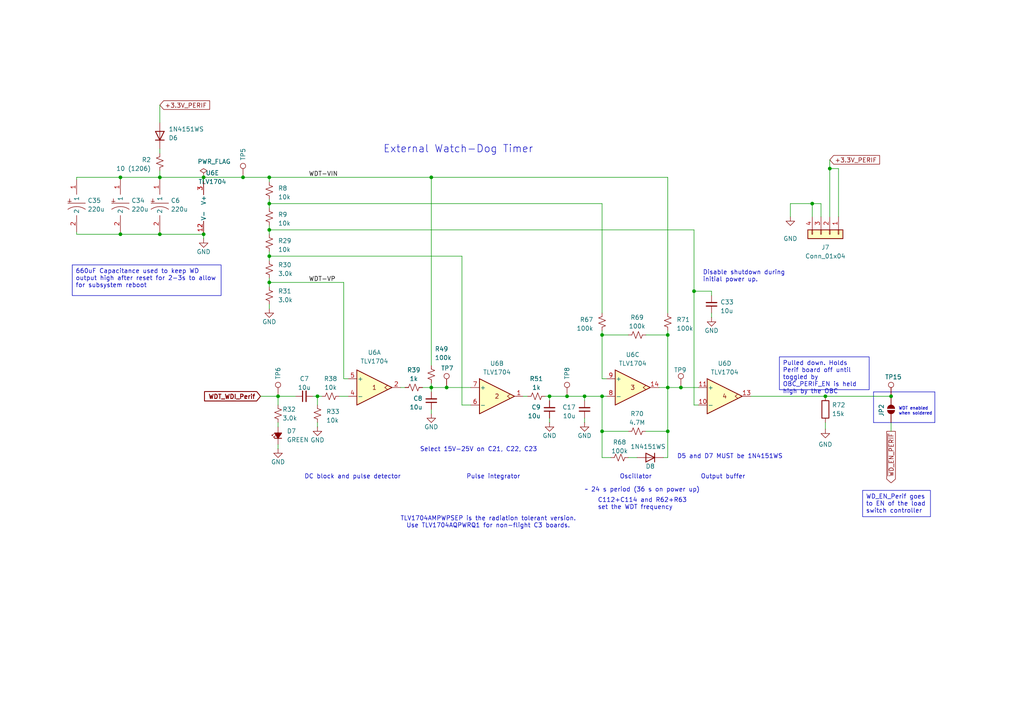
<source format=kicad_sch>
(kicad_sch (version 20250114) (generator "eeschema") (generator_version "9.0")
  (paper "A4")
  (lib_symbols
    (symbol "Connector:TestPoint" (pin_numbers (hide yes)) (pin_names (offset 0.762) (hide yes))
      (property "Reference" "TP" (at 0 6.858 0))
      (property "Value" "TestPoint" (at 0 5.08 0))
      (symbol "TestPoint_0_1"
        (circle (center 0 3.302) (radius 0.762))
      )
      (symbol "TestPoint_1_1"
        (pin passive line (at 0 0 90) (length 2.54) (name "1") (number "1"))
      )
    )
    (symbol "Connector_Generic:Conn_01x04" (pin_names (offset 1.016) (hide yes))
      (property "Reference" "J" (at 0 5.08 0))
      (property "Value" "Conn_01x04" (at 0 -7.62 0))
      (symbol "Conn_01x04_1_1"
        (rectangle (start -1.27 3.81) (end 1.27 -6.35) (stroke (width 0.254)) (fill (type background)))
        (rectangle (start -1.27 2.667) (end 0 2.413) (stroke (width 0.1524)))
        (rectangle (start -1.27 0.127) (end 0 -0.127) (stroke (width 0.1524)))
        (rectangle (start -1.27 -2.413) (end 0 -2.667) (stroke (width 0.1524)))
        (rectangle (start -1.27 -4.953) (end 0 -5.207) (stroke (width 0.1524)))
        (pin passive line (at -5.08 2.54 0) (length 3.81) (name "Pin_1") (number "1"))
        (pin passive line (at -5.08 0 0) (length 3.81) (name "Pin_2") (number "2"))
        (pin passive line (at -5.08 -2.54 0) (length 3.81) (name "Pin_3") (number "3"))
        (pin passive line (at -5.08 -5.08 0) (length 3.81) (name "Pin_4") (number "4"))
      )
    )
    (symbol "Device:C_Small" (pin_numbers (hide yes)) (pin_names (offset 0.254) (hide yes))
      (property "Reference" "C" (at 0.254 1.778 0))
      (property "Value" "C_Small" (at 0.254 -2.032 0))
      (symbol "C_Small_0_1"
        (polyline (pts (xy -1.524 0.508) (xy 1.524 0.508)) (stroke (width 0.3048)))
        (polyline (pts (xy -1.524 -0.508) (xy 1.524 -0.508)) (stroke (width 0.3302)))
      )
      (symbol "C_Small_1_1"
        (pin passive line (at 0 2.54 270) (length 2.032) (name "~") (number "1"))
        (pin passive line (at 0 -2.54 90) (length 2.032) (name "~") (number "2"))
      )
    )
    (symbol "Device:LED_Small_Filled" (pin_numbers (hide yes)) (pin_names (offset 0.254) (hide yes))
      (property "Reference" "D" (at -1.27 3.175 0))
      (property "Value" "LED_Small_Filled" (at -4.445 -2.54 0))
      (symbol "LED_Small_Filled_0_1"
        (polyline (pts (xy -0.762 -1.016) (xy -0.762 1.016)) (stroke (width 0.254)))
        (polyline (pts (xy 0 0.762) (xy -0.508 1.27) (xy -0.254 1.27) (xy -0.508 1.27) (xy -0.508 1.016)))
        (polyline (pts (xy 0.508 1.27) (xy 0 1.778) (xy 0.254 1.778) (xy 0 1.778) (xy 0 1.524)))
        (polyline (pts (xy 0.762 -1.016) (xy -0.762 0) (xy 0.762 1.016) (xy 0.762 -1.016)) (stroke (width 0.254)) (fill (type outline)))
        (polyline (pts (xy 1.016 0) (xy -0.762 0)))
      )
      (symbol "LED_Small_Filled_1_1"
        (pin passive line (at -2.54 0 0) (length 1.778) (name "K") (number "1"))
        (pin passive line (at 2.54 0 180) (length 1.778) (name "A") (number "2"))
      )
    )
    (symbol "Device:R" (pin_numbers (hide yes)) (pin_names (offset 0))
      (property "Reference" "R" (at 2.032 0 90))
      (property "Value" "R" (at 0 0 90))
      (symbol "R_0_1"
        (rectangle (start -1.016 -2.54) (end 1.016 2.54) (stroke (width 0.254)))
      )
      (symbol "R_1_1"
        (pin passive line (at 0 3.81 270) (length 1.27) (name "~") (number "1"))
        (pin passive line (at 0 -3.81 90) (length 1.27) (name "~") (number "2"))
      )
    )
    (symbol "Device:R_Small_US" (pin_numbers (hide yes)) (pin_names (offset 0.254) (hide yes))
      (property "Reference" "R" (at 0.762 0.508 0))
      (property "Value" "R_Small_US" (at 0.762 -1.016 0))
      (symbol "R_Small_US_1_1"
        (polyline (pts (xy 0 1.524) (xy 1.016 1.143) (xy 0 0.762) (xy -1.016 0.381) (xy 0 0)))
        (polyline (pts (xy 0 0) (xy 1.016 -0.381) (xy 0 -0.762) (xy -1.016 -1.143) (xy 0 -1.524)))
        (pin passive line (at 0 2.54 270) (length 1.016) (name "~") (number "1"))
        (pin passive line (at 0 -2.54 90) (length 1.016) (name "~") (number "2"))
      )
    )
    (symbol "EPS:1N4151WS" (pin_numbers (hide yes)) (pin_names (offset 1.016) (hide yes))
      (property "Reference" "D" (at 0 2.54 0))
      (property "Value" "1N4151WS" (at 0 -2.54 0))
      (symbol "1N4151WS_0_1"
        (polyline (pts (xy -1.27 1.27) (xy -1.27 -1.27)) (stroke (width 0.254)))
        (polyline (pts (xy 1.27 1.27) (xy 1.27 -1.27) (xy -1.27 0) (xy 1.27 1.27)) (stroke (width 0.254)))
        (polyline (pts (xy 1.27 0) (xy -1.27 0)))
      )
      (symbol "1N4151WS_1_1"
        (pin passive line (at -3.81 0 0) (length 2.54) (name "K") (number "1"))
        (pin passive line (at 3.81 0 180) (length 2.54) (name "A") (number "2"))
      )
    )
    (symbol "EPS:CA45-D-10V-220μF-K"
      (property "Reference" "C" (at 0 5.08 0))
      (property "Value" "220u" (at 0 -5.08 0))
      (symbol "CA45-D-10V-220μF-K_0_1"
        (arc (start -1.02 2.54) (mid -0.31 0.81) (end -0.25 0))
        (arc (start -0.25 0) (mid -0.27 -0.53) (end -1.02 -2.54))
        (polyline (pts (xy 0.76 2.54) (xy 0.76 -2.54)))
        (rectangle (start 1.02 2.03) (end 2.03 2.03) (fill (type background)))
        (rectangle (start 1.27 2.54) (end 1.27 1.52) (fill (type background)))
        (pin unspecified line (at -7.62 0 0) (length 4.826) (name "2") (number "2"))
        (pin unspecified line (at 7.62 0 180) (length 4.318) (name "1") (number "1"))
      )
    )
    (symbol "EPS:TLV1704AIPWR" (pin_names (offset 0.127))
      (property "Reference" "U13" (at 0 10.16 0))
      (property "Value" "TLV1704" (at 0 7.62 0))
      (symbol "TLV1704AIPWR_1_1"
        (polyline (pts (xy -5.08 5.08) (xy 5.08 0) (xy -5.08 -5.08) (xy -5.08 5.08)) (stroke (width 0.254)) (fill (type background)))
        (polyline (pts (xy 3.048 0) (xy 3.81 -0.635)))
        (polyline (pts (xy 3.81 0.635) (xy 3.048 0)))
        (text "1" (at 0 0 0) (effects (font (size 1.27 1.27))))
        (pin input line (at -7.62 2.54 0) (length 2.54) (name "+") (number "5"))
        (pin input line (at -7.62 -2.54 0) (length 2.54) (name "-") (number "4"))
        (pin open_collector line (at 7.62 0 180) (length 2.54) (name "~") (number "2"))
      )
      (symbol "TLV1704AIPWR_2_1"
        (polyline (pts (xy -5.08 5.08) (xy 5.08 0) (xy -5.08 -5.08) (xy -5.08 5.08)) (stroke (width 0.254)) (fill (type background)))
        (polyline (pts (xy 3.048 0) (xy 3.81 -0.635)))
        (polyline (pts (xy 3.81 0.635) (xy 3.048 0)))
        (text "2" (at 0 0 0) (effects (font (size 1.27 1.27))))
        (pin input line (at -7.62 2.54 0) (length 2.54) (name "+") (number "7"))
        (pin input line (at -7.62 -2.54 0) (length 2.54) (name "-") (number "6"))
        (pin open_collector line (at 7.62 0 180) (length 2.54) (name "~") (number "1"))
      )
      (symbol "TLV1704AIPWR_3_1"
        (polyline (pts (xy -5.08 5.08) (xy 5.08 0) (xy -5.08 -5.08) (xy -5.08 5.08)) (stroke (width 0.254)) (fill (type background)))
        (polyline (pts (xy 3.048 0) (xy 3.81 -0.635)))
        (polyline (pts (xy 3.81 0.635) (xy 3.048 0)))
        (text "3" (at 0 0 0) (effects (font (size 1.27 1.27))))
        (pin input line (at -7.62 2.54 0) (length 2.54) (name "+") (number "9"))
        (pin input line (at -7.62 -2.54 0) (length 2.54) (name "-") (number "8"))
        (pin open_collector line (at 7.62 0 180) (length 2.54) (name "~") (number "14"))
      )
      (symbol "TLV1704AIPWR_4_1"
        (polyline (pts (xy -5.08 5.08) (xy 5.08 0) (xy -5.08 -5.08) (xy -5.08 5.08)) (stroke (width 0.254)) (fill (type background)))
        (polyline (pts (xy 3.048 0) (xy 3.81 -0.635)))
        (polyline (pts (xy 3.81 0.635) (xy 3.048 0)))
        (text "4" (at 0 0 0) (effects (font (size 1.27 1.27))))
        (pin input line (at -7.62 2.54 0) (length 2.54) (name "+") (number "11"))
        (pin input line (at -7.62 -2.54 0) (length 2.54) (name "-") (number "10"))
        (pin open_collector line (at 7.62 0 180) (length 2.54) (name "~") (number "13"))
      )
      (symbol "TLV1704AIPWR_5_1"
        (pin power_in line (at -2.54 7.62 270) (length 3.81) (name "V+") (number "3"))
        (pin power_in line (at -2.54 -7.62 90) (length 3.81) (name "V-") (number "12"))
      )
    )
    (symbol "Jumper:SolderJumper_2_Open" (pin_numbers (hide yes)) (pin_names (offset 0) (hide yes)) (exclude_from_sim yes) (in_bom no)
      (property "Reference" "JP" (at 0 2.032 0))
      (property "Value" "SolderJumper_2_Open" (at 0 -2.54 0))
      (symbol "SolderJumper_2_Open_0_1"
        (polyline (pts (xy -0.254 1.016) (xy -0.254 -1.016)))
        (arc (start -0.254 -1.016) (mid -1.2656 0) (end -0.254 1.016))
        (arc (start -0.254 -1.016) (mid -1.2656 0) (end -0.254 1.016) (fill (type outline)))
        (arc (start 0.254 1.016) (mid 1.2656 0) (end 0.254 -1.016))
        (arc (start 0.254 1.016) (mid 1.2656 0) (end 0.254 -1.016) (fill (type outline)))
        (polyline (pts (xy 0.254 1.016) (xy 0.254 -1.016)))
      )
      (symbol "SolderJumper_2_Open_1_1"
        (pin passive line (at -3.81 0 0) (length 2.54) (name "A") (number "1"))
        (pin passive line (at 3.81 0 180) (length 2.54) (name "B") (number "2"))
      )
    )
    (symbol "power:GND" (power) (pin_numbers (hide yes)) (pin_names (offset 0) (hide yes))
      (property "Value" "GND" (at 0 -3.81 0))
      (symbol "GND_0_1"
        (polyline (pts (xy 0 0) (xy 0 -1.27) (xy 1.27 -1.27) (xy 0 -2.54) (xy -1.27 -1.27) (xy 0 -1.27)))
      )
      (symbol "GND_1_1"
        (pin power_in line (at 0 0 270) (length 0) (name "~") (number "1"))
      )
    )
    (symbol "power:PWR_FLAG" (power) (pin_numbers (hide yes)) (pin_names (offset 0) (hide yes))
      (property "Value" "PWR_FLAG" (at 0 3.81 0))
      (symbol "PWR_FLAG_0_0"
        (pin power_out line (at 0 0 90) (length 0) (name "~") (number "1"))
      )
      (symbol "PWR_FLAG_0_1"
        (polyline (pts (xy 0 0) (xy 0 1.27) (xy -1.016 1.905) (xy 0 2.54) (xy 1.016 1.905) (xy 0 1.27)))
      )
    )
  )
  (text "External Watch-Dog Timer" (at 111.125 44.577 0) (effects (font (size 2.159 2.159)) (justify left bottom)))
  (text "Output buffer" (at 203.2 139.065 0) (effects (font (size 1.27 1.27)) (justify left bottom)))
  (text "TLV1704AMPWPSEP is the radiation tolerant version.\nUse TLV1704AQPWRQ1 for non-flight C3 boards." (at 141.605 151.511 0) (effects (font (size 1.27 1.27))))
  (text "~ 24 s period (36 s on power up)" (at 169.545 142.875 0) (effects (font (size 1.27 1.27)) (justify left bottom)))
  (text "Disable shutdown during\ninitial power up." (at 203.835 81.915 0) (effects (font (size 1.27 1.27)) (justify left bottom)))
  (text "DC block and pulse detector" (at 88.265 139.065 0) (effects (font (size 1.27 1.27)) (justify left bottom)))
  (text "WDT enabled\nwhen soldered" (at 260.604 120.523 0) (effects (font (size 0.889 0.889)) (justify left bottom)))
  (text "D5 and D7 MUST be 1N4151WS" (at 211.709 132.461 0) (effects (font (size 1.27 1.27))))
  (text "Pulse integrator" (at 135.255 139.065 0) (effects (font (size 1.27 1.27)) (justify left bottom)))
  (text "Oscillator" (at 179.705 139.065 0) (effects (font (size 1.27 1.27)) (justify left bottom)))
  (text "C112+C114 and R62+R63 \nset the WDT frequency" (at 173.355 147.955 0) (effects (font (size 1.27 1.27)) (justify left bottom)))
  (text "Select 15V-25V on C21, C22, C23" (at 138.811 130.429 0) (effects (font (size 1.27 1.27))))
  (text_box "WD_EN_Perif goes to EN of the load switch controller" (at 250.19 142.24 0) (size 19.685 7.62) (margins 0.9525 0.9525 0.9525 0.9525) (effects (font (size 1.27 1.27)) (justify left top)))
  (text_box "660uF Capacitance used to keep WD output high after reset for 2-3s to allow for subsystem reboot" (at 20.955 76.835 0) (size 43.18 8.89) (margins 0.9525 0.9525 0.9525 0.9525) (effects (font (size 1.27 1.27)) (justify left top)))
  (text_box "Pulled down. Holds Perif board off until toggled by OBC_PERIF_EN is held high by the OBC" (at 226.06 103.505 0) (size 26.035 9.525) (margins 0.9525 0.9525 0.9525 0.9525) (effects (font (size 1.27 1.27)) (justify left top)))
  (junction (at 78.105 66.675))
  (junction (at 201.295 84.455))
  (junction (at 174.625 114.935))
  (junction (at 240.665 48.895))
  (junction (at 159.385 114.935))
  (junction (at 125.095 112.395))
  (junction (at 125.095 51.435))
  (junction (at 78.105 59.055))
  (junction (at 34.925 51.435))
  (junction (at 78.105 81.915))
  (junction (at 174.625 97.155))
  (junction (at 174.625 125.095))
  (junction (at 59.055 51.435))
  (junction (at 92.075 114.935))
  (junction (at 78.105 74.295))
  (junction (at 193.675 112.395))
  (junction (at 193.675 97.155))
  (junction (at 70.485 51.435))
  (junction (at 239.395 114.935))
  (junction (at 169.545 114.935))
  (junction (at 164.465 114.935))
  (junction (at 197.485 112.395))
  (junction (at 193.675 125.095))
  (junction (at 34.925 67.945))
  (junction (at 235.585 59.055))
  (junction (at 258.445 114.935))
  (junction (at 129.54 112.395))
  (junction (at 46.355 51.435))
  (junction (at 78.105 51.435))
  (junction (at 80.645 114.935))
  (junction (at 59.055 67.945))
  (junction (at 46.355 67.945))
  (wire (pts (xy 125.095 112.395) (xy 125.095 111.125)))
  (wire (pts (xy 34.925 51.435) (xy 46.355 51.435)))
  (wire (pts (xy 243.205 48.895) (xy 243.205 62.865)))
  (wire (pts (xy 98.425 114.935) (xy 100.965 114.935)))
  (wire (pts (xy 78.105 80.645) (xy 78.105 81.915)))
  (wire (pts (xy 193.675 97.155) (xy 193.675 112.395)))
  (wire (pts (xy 92.075 122.555) (xy 92.075 123.825)))
  (wire (pts (xy 159.385 122.555) (xy 159.385 121.285)))
  (wire (pts (xy 182.245 125.095) (xy 174.625 125.095)))
  (wire (pts (xy 229.235 59.055) (xy 229.235 62.865)))
  (wire (pts (xy 34.925 67.945) (xy 46.355 67.945)))
  (wire (pts (xy 125.095 120.015) (xy 125.095 118.745)))
  (wire (pts (xy 59.055 52.705) (xy 59.055 51.435)))
  (wire (pts (xy 133.985 117.475) (xy 136.525 117.475)))
  (polyline (pts (xy 271.145 122.555) (xy 253.365 122.555)))
  (wire (pts (xy 78.105 66.675) (xy 78.105 67.945)))
  (wire (pts (xy 90.805 114.935) (xy 92.075 114.935)))
  (polyline (pts (xy 253.365 113.665) (xy 271.145 113.665)))
  (wire (pts (xy 78.105 52.705) (xy 78.105 51.435)))
  (wire (pts (xy 46.355 30.48) (xy 46.355 35.56)))
  (wire (pts (xy 46.355 43.18) (xy 46.355 44.45)))
  (wire (pts (xy 193.675 125.095) (xy 193.675 112.395)))
  (wire (pts (xy 125.095 112.395) (xy 125.095 113.665)))
  (wire (pts (xy 125.095 112.395) (xy 129.54 112.395)))
  (wire (pts (xy 158.115 114.935) (xy 159.385 114.935)))
  (wire (pts (xy 193.675 95.885) (xy 193.675 97.155)))
  (wire (pts (xy 174.625 114.935) (xy 175.895 114.935)))
  (wire (pts (xy 78.105 74.295) (xy 78.105 75.565)))
  (wire (pts (xy 192.405 132.715) (xy 193.675 132.715)))
  (wire (pts (xy 164.465 114.935) (xy 169.545 114.935)))
  (wire (pts (xy 174.625 97.155) (xy 182.245 97.155)))
  (wire (pts (xy 116.205 112.395) (xy 117.475 112.395)))
  (wire (pts (xy 238.125 59.055) (xy 238.125 62.865)))
  (wire (pts (xy 133.985 74.295) (xy 133.985 117.475)))
  (wire (pts (xy 169.545 114.935) (xy 174.625 114.935)))
  (wire (pts (xy 197.485 112.395) (xy 202.565 112.395)))
  (wire (pts (xy 235.585 59.055) (xy 238.125 59.055)))
  (wire (pts (xy 78.105 66.675) (xy 201.295 66.675)))
  (wire (pts (xy 151.765 114.935) (xy 153.035 114.935)))
  (wire (pts (xy 201.295 84.455) (xy 206.375 84.455)))
  (wire (pts (xy 22.225 67.945) (xy 34.925 67.945)))
  (wire (pts (xy 99.695 109.855) (xy 100.965 109.855)))
  (wire (pts (xy 182.245 132.715) (xy 184.785 132.715)))
  (wire (pts (xy 169.545 122.555) (xy 169.545 121.285)))
  (wire (pts (xy 169.545 116.205) (xy 169.545 114.935)))
  (wire (pts (xy 46.355 51.435) (xy 59.055 51.435)))
  (wire (pts (xy 187.325 97.155) (xy 193.675 97.155)))
  (wire (pts (xy 159.385 114.935) (xy 159.385 116.205)))
  (polyline (pts (xy 253.365 122.555) (xy 253.365 113.665)))
  (wire (pts (xy 78.105 74.295) (xy 133.985 74.295)))
  (wire (pts (xy 46.355 49.53) (xy 46.355 51.435)))
  (wire (pts (xy 80.645 130.175) (xy 80.645 128.905)))
  (wire (pts (xy 125.095 51.435) (xy 78.105 51.435)))
  (wire (pts (xy 239.395 122.555) (xy 239.395 124.46)))
  (wire (pts (xy 46.355 67.945) (xy 59.055 67.945)))
  (wire (pts (xy 206.375 92.075) (xy 206.375 90.805)))
  (wire (pts (xy 129.54 112.395) (xy 136.525 112.395)))
  (wire (pts (xy 193.675 112.395) (xy 197.485 112.395)))
  (wire (pts (xy 78.105 59.055) (xy 78.105 60.325)))
  (wire (pts (xy 80.645 122.555) (xy 80.645 123.825)))
  (wire (pts (xy 125.095 51.435) (xy 125.095 106.045)))
  (wire (pts (xy 59.055 51.435) (xy 70.485 51.435)))
  (wire (pts (xy 235.585 59.055) (xy 229.235 59.055)))
  (wire (pts (xy 201.295 117.475) (xy 202.565 117.475)))
  (wire (pts (xy 240.665 48.895) (xy 243.205 48.895)))
  (wire (pts (xy 191.135 112.395) (xy 193.675 112.395)))
  (wire (pts (xy 122.555 112.395) (xy 125.095 112.395)))
  (wire (pts (xy 99.695 81.915) (xy 99.695 109.855)))
  (wire (pts (xy 78.105 59.055) (xy 174.625 59.055)))
  (wire (pts (xy 174.625 132.715) (xy 177.165 132.715)))
  (wire (pts (xy 201.295 84.455) (xy 201.295 117.475)))
  (wire (pts (xy 239.395 114.935) (xy 258.445 114.935)))
  (wire (pts (xy 206.375 85.725) (xy 206.375 84.455)))
  (wire (pts (xy 46.355 51.435) (xy 46.355 52.07)))
  (wire (pts (xy 174.625 90.805) (xy 174.625 59.055)))
  (wire (pts (xy 92.075 114.935) (xy 93.345 114.935)))
  (wire (pts (xy 59.055 69.215) (xy 59.055 67.945)))
  (wire (pts (xy 46.355 67.31) (xy 46.355 67.945)))
  (wire (pts (xy 240.665 62.865) (xy 240.665 48.895)))
  (wire (pts (xy 174.625 125.095) (xy 174.625 114.935)))
  (wire (pts (xy 78.105 57.785) (xy 78.105 59.055)))
  (wire (pts (xy 193.675 132.715) (xy 193.675 125.095)))
  (wire (pts (xy 78.105 81.915) (xy 78.105 83.185)))
  (wire (pts (xy 193.675 90.805) (xy 193.675 51.435)))
  (wire (pts (xy 34.925 51.435) (xy 34.925 52.07)))
  (wire (pts (xy 78.105 81.915) (xy 99.695 81.915)))
  (wire (pts (xy 92.075 114.935) (xy 92.075 117.475)))
  (wire (pts (xy 22.225 67.31) (xy 22.225 67.945)))
  (wire (pts (xy 174.625 109.855) (xy 174.625 97.155)))
  (wire (pts (xy 80.645 114.935) (xy 85.725 114.935)))
  (wire (pts (xy 70.485 51.435) (xy 78.105 51.435)))
  (wire (pts (xy 175.895 109.855) (xy 174.625 109.855)))
  (wire (pts (xy 22.225 51.435) (xy 22.225 52.07)))
  (wire (pts (xy 78.105 88.265) (xy 78.105 89.535)))
  (wire (pts (xy 75.565 114.935) (xy 80.645 114.935)))
  (wire (pts (xy 78.105 73.025) (xy 78.105 74.295)))
  (wire (pts (xy 80.645 117.475) (xy 80.645 114.935)))
  (wire (pts (xy 201.295 66.675) (xy 201.295 84.455)))
  (wire (pts (xy 125.095 51.435) (xy 193.675 51.435)))
  (wire (pts (xy 217.805 114.935) (xy 239.395 114.935)))
  (wire (pts (xy 159.385 114.935) (xy 164.465 114.935)))
  (wire (pts (xy 187.325 125.095) (xy 193.675 125.095)))
  (wire (pts (xy 235.585 62.865) (xy 235.585 59.055)))
  (wire (pts (xy 174.625 95.885) (xy 174.625 97.155)))
  (wire (pts (xy 258.445 122.555) (xy 258.445 125.095)))
  (polyline (pts (xy 271.145 113.665) (xy 271.145 122.555)))
  (wire (pts (xy 34.925 67.31) (xy 34.925 67.945)))
  (wire (pts (xy 22.225 51.435) (xy 34.925 51.435)))
  (wire (pts (xy 240.665 48.895) (xy 240.665 46.355)))
  (wire (pts (xy 174.625 132.715) (xy 174.625 125.095)))
  (wire (pts (xy 78.105 65.405) (xy 78.105 66.675)))
  (label "WDT-VIN" (at 89.535 51.435 0))
  (label "WDT-VP" (at 89.535 81.915 0))
  (global_label "+3.3V_PERIF" (shape input) (at 46.355 30.48 0) (property "Intersheetrefs" "${INTERSHEET_REFS}" (effects (hide yes))))
  (global_label "WDT_WDI_Perif" (shape input) (at 75.565 114.935 180) (effects (font (thickness 0.254) (bold yes))) (property "Intersheetrefs" "${INTERSHEET_REFS}" (effects (hide yes))))
  (global_label "+3.3V_PERIF" (shape input) (at 240.665 46.355 0) (property "Intersheetrefs" "${INTERSHEET_REFS}" (effects (hide yes))))
  (global_label "~{WD_EN_PERIF}" (shape output) (at 258.445 125.095 270) (property "Intersheetrefs" "${INTERSHEET_REFS}" (effects (hide yes))))
  (symbol (lib_id "EPS:1N4151WS") (at 188.595 132.715 180) (unit 1)
    (property "Reference" "D8" (at 188.595 135.255 0))
    (property "Value" "1N4151WS" (at 187.96 129.54 0))
    (property "Footprint" "easyeda2kicad:SODFL2512X100N" (effects (hide yes)))
    (property "Datasheet" "https://www.vishay.com/docs/85412/1n4151wsg.pdf" (effects (hide yes)))
    (property "Description" "Diode" (effects (hide yes)))
    (property "DPN" "112-1N4151WS-E3-08CT-ND" (effects (hide yes)))
    (property "DST" "Digi-Key" (effects (hide yes)))
    (property "MFR" "Vishay" (effects (hide yes)))
    (property "MPN" "1N4151WS-E3-08" (effects (hide yes)))
    (property "Sim.Device" "D" (effects (hide yes)))
    (property "Sim.Pins" "1=K 2=A" (effects (hide yes)))
  )
  (symbol (lib_id "power:PWR_FLAG") (at 59.055 51.435 0) (unit 1)
    (property "Reference" "#FLG03" (effects (hide yes)))
    (property "Value" "PWR_FLAG" (at 62.103 46.863 0))
    (property "Description" "Special symbol for telling ERC where power comes from" (effects (hide yes)))
  )
  (symbol (lib_id "Device:R_Small_US") (at 155.575 114.935 90) (unit 1)
    (property "Reference" "R51" (at 155.575 109.855 90))
    (property "Value" "1k" (at 155.575 112.395 90))
    (property "Footprint" "Resistor_SMD:R_0603_1608Metric" (effects (hide yes)))
    (property "Description" "Resistor, small US symbol" (effects (hide yes)))
    (property "DPN" "RMCF0603FT1K00CT-ND" (effects (hide yes)))
    (property "DST" "Digi-Key" (effects (hide yes)))
    (property "MFR" "Stackpole Electronics Inc" (effects (hide yes)))
    (property "MPN" "RMCF0603FT1K00" (effects (hide yes)))
    (property "LCSC" "C13163" (effects (hide yes)))
  )
  (symbol (lib_id "power:GND") (at 169.545 122.555 0) (mirror y) (unit 1)
    (property "Reference" "#PWR016" (effects (hide yes)))
    (property "Value" "GND" (at 169.545 126.365 0))
    (property "Description" "Power symbol creates a global label with name \"GND\" , ground" (effects (hide yes)))
  )
  (symbol (lib_id "EPS:CA45-D-10V-220μF-K") (at 46.355 59.69 90) (unit 1)
    (property "Reference" "C6" (at 49.53 58.1659 90) (effects (justify right)))
    (property "Value" "220u" (at 49.53 60.7059 90) (effects (justify right)))
    (property "Footprint" "EPS:CASE-D_7343" (effects (hide yes)))
    (property "Datasheet" "https://lcsc.com/product-detail/Tantalum-Capacitors_220uF-227-10-10V_C171665.html" (effects (hide yes)))
    (property "Description" "CA45-D-10V-220μF-K" (effects (hide yes)))
    (property "LCSC Part" "C171665" (effects (hide yes)))
  )
  (symbol (lib_id "Device:R_Small_US") (at 80.645 120.015 0) (unit 1)
    (property "Reference" "R32" (at 81.915 118.745 0) (effects (justify left)))
    (property "Value" "3.0k" (at 81.915 121.285 0) (effects (justify left)))
    (property "Footprint" "Resistor_SMD:R_0603_1608Metric" (effects (hide yes)))
    (property "Description" "Resistor, small US symbol" (effects (hide yes)))
    (property "DPN" "RMCF0603FT3K00CT-ND" (effects (hide yes)))
    (property "DST" "Digi-Key" (effects (hide yes)))
    (property "MFR" "Stackpole Electronics Inc" (effects (hide yes)))
    (property "MPN" "RMCF0603FT3K00" (effects (hide yes)))
    (property "LCSC" "C4211" (effects (hide yes)))
  )
  (symbol (lib_id "EPS:CA45-D-10V-220μF-K") (at 34.925 59.69 90) (unit 1)
    (property "Reference" "C34" (at 38.1 58.1659 90) (effects (justify right)))
    (property "Value" "220u" (at 38.1 60.7059 90) (effects (justify right)))
    (property "Footprint" "EPS:CASE-D_7343" (effects (hide yes)))
    (property "Datasheet" "https://lcsc.com/product-detail/Tantalum-Capacitors_220uF-227-10-10V_C171665.html" (effects (hide yes)))
    (property "Description" "CA45-D-10V-220μF-K" (effects (hide yes)))
    (property "LCSC Part" "C171665" (effects (hide yes)))
  )
  (symbol (lib_id "Device:R_Small_US") (at 184.785 97.155 90) (unit 1)
    (property "Reference" "R69" (at 184.785 92.075 90))
    (property "Value" "100k" (at 184.785 94.615 90))
    (property "Footprint" "Resistor_SMD:R_0603_1608Metric" (effects (hide yes)))
    (property "Description" "Resistor, small US symbol" (effects (hide yes)))
    (property "DPN" "RMCF0603FT100KCT-ND" (effects (hide yes)))
    (property "DST" "Digi-Key" (effects (hide yes)))
    (property "MFR" "Stackpole Electronics Inc" (effects (hide yes)))
    (property "MPN" "RMCF0603FT100K" (effects (hide yes)))
    (property "LCSC" "C14675" (effects (hide yes)))
  )
  (symbol (lib_id "Connector_Generic:Conn_01x04") (at 240.665 67.945 270) (unit 1)
    (property "Reference" "J7" (at 239.395 71.755 90))
    (property "Value" "Conn_01x04" (at 239.395 74.295 90))
    (property "Footprint" "Connector_PinSocket_2.54mm:PinSocket_1x04_P2.54mm_Vertical" (effects (hide yes)))
    (property "Description" "Generic connector, single row, 01x04, script generated (kicad-library-utils/schlib/autogen/connector/)" (effects (hide yes)))
  )
  (symbol (lib_id "EPS:TLV1704AIPWR") (at 210.185 114.935 0) (unit 4)
    (property "Reference" "U6" (at 210.185 105.41 0))
    (property "Value" "TLV1704" (at 210.185 107.95 0))
    (property "Footprint" "Package_SO:TSSOP-14_4.4x5mm_P0.65mm" (effects (hide yes)))
    (property "Datasheet" "https://www.ti.com/lit/ds/symlink/tlv1704-sep.pdf" (effects (hide yes)))
    (property "Description" "Analog Comparators 2.2-V to 36-V, radiation tolerant microPower quad comparator in space enhanced plastic 14-TSSOP -55 to 125" (effects (hide yes)))
    (property "MFR" "Texas Instruments" (effects (hide yes)))
    (property "MPN" "TLV1704AQPWRQ1" (effects (hide yes)))
    (property "DST" "Digi-Key" (effects (hide yes)))
    (property "DPN" "296-43799-2-ND" (effects (hide yes)))
    (property "LCSC" "C181596" (effects (hide yes)))
  )
  (symbol (lib_id "Device:R_Small_US") (at 120.015 112.395 90) (unit 1)
    (property "Reference" "R39" (at 120.015 107.315 90))
    (property "Value" "1k" (at 120.015 109.855 90))
    (property "Footprint" "Resistor_SMD:R_0603_1608Metric" (effects (hide yes)))
    (property "Description" "Resistor, small US symbol" (effects (hide yes)))
    (property "DPN" "RMCF0603FT1K00CT-ND" (effects (hide yes)))
    (property "DST" "Digi-Key" (effects (hide yes)))
    (property "MFR" "Stackpole Electronics Inc" (effects (hide yes)))
    (property "MPN" "RMCF0603FT1K00" (effects (hide yes)))
    (property "LCSC" "C13163" (effects (hide yes)))
  )
  (symbol (lib_id "Device:C_Small") (at 206.375 88.265 180) (unit 1)
    (property "Reference" "C33" (at 208.915 87.6236 0) (effects (justify right)))
    (property "Value" "10u" (at 208.915 90.1636 0) (effects (justify right)))
    (property "Footprint" "Capacitor_SMD:C_1210_3225Metric" (effects (hide yes)))
    (property "Description" "Unpolarized capacitor, small symbol" (effects (hide yes)))
    (property "DPN" "490-12317-1-ND" (effects (hide yes)))
    (property "DST" "Digi-Key" (effects (hide yes)))
    (property "MFR" "Murata" (effects (hide yes)))
    (property "MPN" "GRT188R61C106KE13D" (effects (hide yes)))
  )
  (symbol (lib_id "Device:C_Small") (at 159.385 118.745 0) (mirror x) (unit 1)
    (property "Reference" "C9" (at 156.845 118.1036 0) (effects (justify right)))
    (property "Value" "10u" (at 156.845 120.6436 0) (effects (justify right)))
    (property "Footprint" "Capacitor_SMD:C_1210_3225Metric" (effects (hide yes)))
    (property "Description" "Unpolarized capacitor, small symbol" (effects (hide yes)))
    (property "DPN" "490-12317-1-ND" (effects (hide yes)))
    (property "DST" "Digi-Key" (effects (hide yes)))
    (property "MFR" "Murata" (effects (hide yes)))
    (property "MPN" "GRT188R61C106KE13D" (effects (hide yes)))
  )
  (symbol (lib_id "Device:R_Small_US") (at 78.105 62.865 0) (unit 1)
    (property "Reference" "R9" (at 80.645 62.23 0) (effects (justify left)))
    (property "Value" "10k" (at 80.645 64.77 0) (effects (justify left)))
    (property "Footprint" "Resistor_SMD:R_0603_1608Metric" (effects (hide yes)))
    (property "Description" "Resistor, small US symbol" (effects (hide yes)))
    (property "DPN" "RMCF0603FT10K0CT-ND" (effects (hide yes)))
    (property "DST" "Digi-Key" (effects (hide yes)))
    (property "MFR" "Stackpole Electronics Inc" (effects (hide yes)))
    (property "MPN" "RMCF0603FT10K0" (effects (hide yes)))
    (property "LCSC" "C13564" (effects (hide yes)))
  )
  (symbol (lib_id "power:GND") (at 125.095 120.015 0) (unit 1)
    (property "Reference" "#PWR014" (effects (hide yes)))
    (property "Value" "GND" (at 125.095 123.825 0))
    (property "Description" "Power symbol creates a global label with name \"GND\" , ground" (effects (hide yes)))
  )
  (symbol (lib_id "Device:C_Small") (at 169.545 118.745 0) (mirror x) (unit 1)
    (property "Reference" "C17" (at 167.005 118.1036 0) (effects (justify right)))
    (property "Value" "10u" (at 167.005 120.6436 0) (effects (justify right)))
    (property "Footprint" "Capacitor_SMD:C_1210_3225Metric" (effects (hide yes)))
    (property "Description" "Unpolarized capacitor, small symbol" (effects (hide yes)))
    (property "DPN" "490-12317-1-ND" (effects (hide yes)))
    (property "DST" "Digi-Key" (effects (hide yes)))
    (property "MFR" "Murata" (effects (hide yes)))
    (property "MPN" "GRT188R61C106KE13D" (effects (hide yes)))
  )
  (symbol (lib_id "Jumper:SolderJumper_2_Open") (at 258.445 118.745 270) (unit 1)
    (property "Reference" "JP2" (at 255.651 118.999 0))
    (property "Value" "SolderJumper_2_Open" (effects (hide yes)))
    (property "Footprint" "Jumper:SolderJumper-2_P1.3mm_Open_RoundedPad1.0x1.5mm" (effects (hide yes)))
    (property "Description" "Solder Jumper, 2-pole, open" (effects (hide yes)))
  )
  (symbol (lib_id "Device:R_Small_US") (at 193.675 93.345 180) (unit 1)
    (property "Reference" "R71" (at 196.215 92.71 0) (effects (justify right)))
    (property "Value" "100k" (at 196.215 95.25 0) (effects (justify right)))
    (property "Footprint" "Resistor_SMD:R_0603_1608Metric" (effects (hide yes)))
    (property "Description" "Resistor, small US symbol" (effects (hide yes)))
    (property "DPN" "RMCF0603FT100KCT-ND" (effects (hide yes)))
    (property "DST" "Digi-Key" (effects (hide yes)))
    (property "MFR" "Stackpole Electronics Inc" (effects (hide yes)))
    (property "MPN" "RMCF0603FT100K" (effects (hide yes)))
    (property "LCSC" "C14675" (effects (hide yes)))
  )
  (symbol (lib_id "Connector:TestPoint") (at 80.645 114.935 0) (unit 1)
    (property "Reference" "TP6" (at 80.645 110.109 90) (effects (justify left)))
    (property "Value" "TestPoint" (effects (hide yes)))
    (property "Footprint" "TestPoint:TestPoint_Pad_1.0x1.0mm" (effects (hide yes)))
    (property "Description" "test point" (effects (hide yes)))
  )
  (symbol (lib_id "EPS:TLV1704AIPWR") (at 144.145 114.935 0) (unit 2)
    (property "Reference" "U6" (at 144.145 105.41 0))
    (property "Value" "TLV1704" (at 144.145 107.95 0))
    (property "Footprint" "Package_SO:TSSOP-14_4.4x5mm_P0.65mm" (effects (hide yes)))
    (property "Datasheet" "https://www.ti.com/lit/ds/symlink/tlv1704-sep.pdf" (effects (hide yes)))
    (property "Description" "Analog Comparators 2.2-V to 36-V, radiation tolerant microPower quad comparator in space enhanced plastic 14-TSSOP -55 to 125" (effects (hide yes)))
    (property "MFR" "Texas Instruments" (effects (hide yes)))
    (property "MPN" "TLV1704AQPWRQ1" (effects (hide yes)))
    (property "DST" "Digi-Key" (effects (hide yes)))
    (property "DPN" "296-43799-2-ND" (effects (hide yes)))
    (property "LCSC" "C181596" (effects (hide yes)))
  )
  (symbol (lib_id "power:GND") (at 239.395 124.46 0) (unit 1)
    (property "Reference" "#PWR019" (effects (hide yes)))
    (property "Value" "GND" (at 239.395 128.905 0))
    (property "Description" "Power symbol creates a global label with name \"GND\" , ground" (effects (hide yes)))
  )
  (symbol (lib_id "power:GND") (at 206.375 92.075 0) (mirror y) (unit 1)
    (property "Reference" "#PWR017" (effects (hide yes)))
    (property "Value" "GND" (at 206.375 95.885 0))
    (property "Description" "Power symbol creates a global label with name \"GND\" , ground" (effects (hide yes)))
  )
  (symbol (lib_id "Device:R_Small_US") (at 92.075 120.015 0) (unit 1)
    (property "Reference" "R33" (at 94.615 119.38 0) (effects (justify left)))
    (property "Value" "10k" (at 94.615 121.92 0) (effects (justify left)))
    (property "Footprint" "Resistor_SMD:R_0603_1608Metric" (effects (hide yes)))
    (property "Description" "Resistor, small US symbol" (effects (hide yes)))
    (property "DPN" "RMCF0603FT10K0CT-ND" (effects (hide yes)))
    (property "DST" "Digi-Key" (effects (hide yes)))
    (property "MFR" "Stackpole Electronics Inc" (effects (hide yes)))
    (property "MPN" "RMCF0603FT10K0" (effects (hide yes)))
    (property "LCSC" "C13564" (effects (hide yes)))
  )
  (symbol (lib_id "Device:R") (at 239.395 118.745 0) (unit 1)
    (property "Reference" "R72" (at 241.3 117.4749 0) (effects (justify left)))
    (property "Value" "15k" (at 241.3 120.0149 0) (effects (justify left)))
    (property "Footprint" "EPS:R0402" (effects (hide yes)))
    (property "Description" "Resistor" (effects (hide yes)))
  )
  (symbol (lib_id "Connector:TestPoint") (at 129.54 112.395 0) (unit 1)
    (property "Reference" "TP7" (at 127.889 106.807 0) (effects (justify left)))
    (property "Value" "TestPoint" (effects (hide yes)))
    (property "Footprint" "TestPoint:TestPoint_Pad_1.0x1.0mm" (effects (hide yes)))
    (property "Description" "test point" (effects (hide yes)))
  )
  (symbol (lib_id "Device:R_Small_US") (at 95.885 114.935 90) (unit 1)
    (property "Reference" "R38" (at 95.885 109.855 90))
    (property "Value" "10k" (at 95.885 112.395 90))
    (property "Footprint" "Resistor_SMD:R_0603_1608Metric" (effects (hide yes)))
    (property "Description" "Resistor, small US symbol" (effects (hide yes)))
    (property "DPN" "RMCF0603FT10K0CT-ND" (effects (hide yes)))
    (property "DST" "Digi-Key" (effects (hide yes)))
    (property "MFR" "Stackpole Electronics Inc" (effects (hide yes)))
    (property "MPN" "RMCF0603FT10K0" (effects (hide yes)))
    (property "LCSC" "C13564" (effects (hide yes)))
  )
  (symbol (lib_id "power:GND") (at 92.075 123.825 0) (unit 1)
    (property "Reference" "#PWR013" (effects (hide yes)))
    (property "Value" "GND" (at 92.075 127.635 0))
    (property "Description" "Power symbol creates a global label with name \"GND\" , ground" (effects (hide yes)))
  )
  (symbol (lib_id "power:GND") (at 78.105 89.535 0) (unit 1)
    (property "Reference" "#PWR011" (effects (hide yes)))
    (property "Value" "GND" (at 78.105 93.345 0))
    (property "Description" "Power symbol creates a global label with name \"GND\" , ground" (effects (hide yes)))
  )
  (symbol (lib_id "power:GND") (at 229.235 62.865 0) (unit 1)
    (property "Reference" "#PWR018" (effects (hide yes)))
    (property "Value" "GND" (at 229.235 69.215 0))
    (property "Description" "Power symbol creates a global label with name \"GND\" , ground" (effects (hide yes)))
  )
  (symbol (lib_id "Connector:TestPoint") (at 258.445 114.935 0) (unit 1)
    (property "Reference" "TP15" (at 256.667 109.347 0) (effects (justify left)))
    (property "Value" "TestPoint" (effects (hide yes)))
    (property "Footprint" "TestPoint:TestPoint_Pad_1.0x1.0mm" (effects (hide yes)))
    (property "Description" "test point" (effects (hide yes)))
  )
  (symbol (lib_id "Device:C_Small") (at 125.095 116.205 0) (mirror x) (unit 1)
    (property "Reference" "C8" (at 122.555 115.5636 0) (effects (justify right)))
    (property "Value" "10u" (at 122.555 118.1036 0) (effects (justify right)))
    (property "Footprint" "Capacitor_SMD:C_1210_3225Metric" (effects (hide yes)))
    (property "Description" "Unpolarized capacitor, small symbol" (effects (hide yes)))
    (property "DPN" "490-12317-1-ND" (effects (hide yes)))
    (property "DST" "Digi-Key" (effects (hide yes)))
    (property "MFR" "Murata" (effects (hide yes)))
    (property "MPN" "GRT188R61C106KE13D" (effects (hide yes)))
  )
  (symbol (lib_id "Device:R_Small_US") (at 78.105 55.245 0) (unit 1)
    (property "Reference" "R8" (at 80.645 54.61 0) (effects (justify left)))
    (property "Value" "10k" (at 80.645 57.15 0) (effects (justify left)))
    (property "Footprint" "Resistor_SMD:R_0603_1608Metric" (effects (hide yes)))
    (property "Description" "Resistor, small US symbol" (effects (hide yes)))
    (property "DPN" "RMCF0603FT10K0CT-ND" (effects (hide yes)))
    (property "DST" "Digi-Key" (effects (hide yes)))
    (property "MFR" "Stackpole Electronics Inc" (effects (hide yes)))
    (property "MPN" "RMCF0603FT10K0" (effects (hide yes)))
    (property "LCSC" "C13564" (effects (hide yes)))
  )
  (symbol (lib_id "Device:R_Small_US") (at 78.105 70.485 0) (unit 1)
    (property "Reference" "R29" (at 80.645 69.85 0) (effects (justify left)))
    (property "Value" "10k" (at 80.645 72.39 0) (effects (justify left)))
    (property "Footprint" "Resistor_SMD:R_0603_1608Metric" (effects (hide yes)))
    (property "Description" "Resistor, small US symbol" (effects (hide yes)))
    (property "DPN" "RMCF0603FT10K0CT-ND" (effects (hide yes)))
    (property "DST" "Digi-Key" (effects (hide yes)))
    (property "MFR" "Stackpole Electronics Inc" (effects (hide yes)))
    (property "MPN" "RMCF0603FT10K0" (effects (hide yes)))
    (property "LCSC" "C13564" (effects (hide yes)))
  )
  (symbol (lib_id "Connector:TestPoint") (at 164.465 114.935 0) (unit 1)
    (property "Reference" "TP8" (at 164.465 110.109 90) (effects (justify left)))
    (property "Value" "TestPoint" (effects (hide yes)))
    (property "Footprint" "TestPoint:TestPoint_Pad_1.0x1.0mm" (effects (hide yes)))
    (property "Description" "test point" (effects (hide yes)))
  )
  (symbol (lib_id "EPS:TLV1704AIPWR") (at 108.585 112.395 0) (unit 1)
    (property "Reference" "U6" (at 108.585 102.235 0))
    (property "Value" "TLV1704" (at 108.585 104.775 0))
    (property "Footprint" "Package_SO:TSSOP-14_4.4x5mm_P0.65mm" (effects (hide yes)))
    (property "Datasheet" "https://www.ti.com/lit/ds/symlink/tlv1704-sep.pdf" (effects (hide yes)))
    (property "Description" "Analog Comparators 2.2-V to 36-V, radiation tolerant microPower quad comparator in space enhanced plastic 14-TSSOP -55 to 125" (effects (hide yes)))
    (property "MFR" "Texas Instruments" (effects (hide yes)))
    (property "MPN" "TLV1704AQPWRQ1" (effects (hide yes)))
    (property "DST" "Digi-Key" (effects (hide yes)))
    (property "DPN" "296-43799-2-ND" (effects (hide yes)))
    (property "LCSC" "C181596" (effects (hide yes)))
  )
  (symbol (lib_id "Device:R_Small_US") (at 78.105 85.725 0) (unit 1)
    (property "Reference" "R31" (at 80.645 84.455 0) (effects (justify left)))
    (property "Value" "3.0k" (at 80.645 86.995 0) (effects (justify left)))
    (property "Footprint" "Resistor_SMD:R_0603_1608Metric" (effects (hide yes)))
    (property "Description" "Resistor, small US symbol" (effects (hide yes)))
    (property "DPN" "RMCF0603FT3K00CT-ND" (effects (hide yes)))
    (property "DST" "Digi-Key" (effects (hide yes)))
    (property "MFR" "Stackpole Electronics Inc" (effects (hide yes)))
    (property "MPN" "RMCF0603FT3K00" (effects (hide yes)))
    (property "LCSC" "C4211" (effects (hide yes)))
  )
  (symbol (lib_id "Device:R_Small_US") (at 125.095 108.585 0) (unit 1)
    (property "Reference" "R49" (at 126.111 101.219 0) (effects (justify left)))
    (property "Value" "100k" (at 126.111 103.759 0) (effects (justify left)))
    (property "Footprint" "Resistor_SMD:R_0603_1608Metric" (effects (hide yes)))
    (property "Description" "Resistor, small US symbol" (effects (hide yes)))
    (property "DPN" "RMCF0603FT100KCT-ND" (effects (hide yes)))
    (property "DST" "Digi-Key" (effects (hide yes)))
    (property "MFR" "Stackpole Electronics Inc" (effects (hide yes)))
    (property "MPN" "RMCF0603FT100K" (effects (hide yes)))
    (property "LCSC" "C14675" (effects (hide yes)))
  )
  (symbol (lib_id "Device:R_Small_US") (at 174.625 93.345 0) (mirror x) (unit 1)
    (property "Reference" "R67" (at 172.085 92.71 0) (effects (justify right)))
    (property "Value" "100k" (at 172.085 95.25 0) (effects (justify right)))
    (property "Footprint" "Resistor_SMD:R_0603_1608Metric" (effects (hide yes)))
    (property "Description" "Resistor, small US symbol" (effects (hide yes)))
    (property "DPN" "RMCF0603FT100KCT-ND" (effects (hide yes)))
    (property "DST" "Digi-Key" (effects (hide yes)))
    (property "MFR" "Stackpole Electronics Inc" (effects (hide yes)))
    (property "MPN" "RMCF0603FT100K" (effects (hide yes)))
    (property "LCSC" "C14675" (effects (hide yes)))
  )
  (symbol (lib_id "Device:R_Small_US") (at 46.355 46.99 0) (mirror y) (unit 1)
    (property "Reference" "R2" (at 43.815 46.355 0) (effects (justify left)))
    (property "Value" "10 (1206)" (at 43.815 48.895 0) (effects (justify left)))
    (property "Footprint" "Resistor_SMD:R_1206_3216Metric" (effects (hide yes)))
    (property "Description" "Resistor, small US symbol" (effects (hide yes)))
    (property "DPN" "RHM10.0AFCT-ND" (effects (hide yes)))
    (property "DST" "Digi-Key" (effects (hide yes)))
    (property "MFR" "Rohm Semiconductor" (effects (hide yes)))
    (property "MPN" "ESR18EZPF10R0" (effects (hide yes)))
    (property "LCSC" "C17903" (effects (hide yes)))
  )
  (symbol (lib_id "Device:R_Small_US") (at 179.705 132.715 270) (unit 1)
    (property "Reference" "R68" (at 179.705 128.27 90))
    (property "Value" "100k" (at 179.705 130.81 90))
    (property "Footprint" "Resistor_SMD:R_0603_1608Metric" (effects (hide yes)))
    (property "Description" "Resistor, small US symbol" (effects (hide yes)))
    (property "DPN" "RMCF0603FT100KCT-ND" (effects (hide yes)))
    (property "DST" "Digi-Key" (effects (hide yes)))
    (property "MFR" "Stackpole Electronics Inc" (effects (hide yes)))
    (property "MPN" "RMCF0603FT100K" (effects (hide yes)))
    (property "LCSC" "C14675" (effects (hide yes)))
  )
  (symbol (lib_id "EPS:TLV1704AIPWR") (at 61.595 60.325 0) (unit 5)
    (property "Reference" "U6" (at 61.595 50.165 0))
    (property "Value" "TLV1704" (at 61.595 52.705 0))
    (property "Footprint" "Package_SO:TSSOP-14_4.4x5mm_P0.65mm" (effects (hide yes)))
    (property "Datasheet" "https://www.ti.com/lit/ds/symlink/tlv1704-sep.pdf" (effects (hide yes)))
    (property "Description" "Analog Comparators 2.2-V to 36-V, radiation tolerant microPower quad comparator in space enhanced plastic 14-TSSOP -55 to 125" (effects (hide yes)))
    (property "MFR" "Texas Instruments" (effects (hide yes)))
    (property "MPN" "TLV1704AQPWRQ1" (effects (hide yes)))
    (property "DST" "Digi-Key" (effects (hide yes)))
    (property "DPN" "296-43799-2-ND" (effects (hide yes)))
    (property "LCSC" "C181596" (effects (hide yes)))
  )
  (symbol (lib_id "Device:R_Small_US") (at 78.105 78.105 0) (unit 1)
    (property "Reference" "R30" (at 80.645 76.835 0) (effects (justify left)))
    (property "Value" "3.0k" (at 80.645 79.375 0) (effects (justify left)))
    (property "Footprint" "Resistor_SMD:R_0603_1608Metric" (effects (hide yes)))
    (property "Description" "Resistor, small US symbol" (effects (hide yes)))
    (property "DPN" "RMCF0603FT3K00CT-ND" (effects (hide yes)))
    (property "DST" "Digi-Key" (effects (hide yes)))
    (property "MFR" "Stackpole Electronics Inc" (effects (hide yes)))
    (property "MPN" "RMCF0603FT3K00" (effects (hide yes)))
    (property "LCSC" "C4211" (effects (hide yes)))
  )
  (symbol (lib_id "power:GND") (at 80.645 130.175 0) (unit 1)
    (property "Reference" "#PWR012" (effects (hide yes)))
    (property "Value" "GND" (at 80.645 133.985 0))
    (property "Description" "Power symbol creates a global label with name \"GND\" , ground" (effects (hide yes)))
  )
  (symbol (lib_id "Connector:TestPoint") (at 70.485 51.435 0) (unit 1)
    (property "Reference" "TP5" (at 70.485 46.609 90) (effects (justify left)))
    (property "Value" "TestPoint" (effects (hide yes)))
    (property "Footprint" "TestPoint:TestPoint_Pad_1.0x1.0mm" (effects (hide yes)))
    (property "Description" "test point" (effects (hide yes)))
  )
  (symbol (lib_id "EPS:1N4151WS") (at 46.355 39.37 270) (mirror x) (unit 1)
    (property "Reference" "D6" (at 48.895 40.005 90) (effects (justify left)))
    (property "Value" "1N4151WS" (at 48.895 37.465 90) (effects (justify left)))
    (property "Footprint" "easyeda2kicad:SODFL2512X100N" (effects (hide yes)))
    (property "Datasheet" "https://www.vishay.com/docs/85412/1n4151wsg.pdf" (effects (hide yes)))
    (property "Description" "Diode" (effects (hide yes)))
    (property "DPN" "112-1N4151WS-E3-08CT-ND" (effects (hide yes)))
    (property "DST" "Digi-Key" (effects (hide yes)))
    (property "MFR" "Vishay" (effects (hide yes)))
    (property "MPN" "1N4151WS-E3-08" (effects (hide yes)))
    (property "Sim.Device" "D" (effects (hide yes)))
    (property "Sim.Pins" "1=K 2=A" (effects (hide yes)))
  )
  (symbol (lib_id "EPS:TLV1704AIPWR") (at 183.515 112.395 0) (unit 3)
    (property "Reference" "U6" (at 183.515 102.87 0))
    (property "Value" "TLV1704" (at 183.515 105.41 0))
    (property "Footprint" "Package_SO:TSSOP-14_4.4x5mm_P0.65mm" (effects (hide yes)))
    (property "Datasheet" "https://www.ti.com/lit/ds/symlink/tlv1704-sep.pdf" (effects (hide yes)))
    (property "Description" "Analog Comparators 2.2-V to 36-V, radiation tolerant microPower quad comparator in space enhanced plastic 14-TSSOP -55 to 125" (effects (hide yes)))
    (property "MFR" "Texas Instruments" (effects (hide yes)))
    (property "MPN" "TLV1704AQPWRQ1" (effects (hide yes)))
    (property "DST" "Digi-Key" (effects (hide yes)))
    (property "DPN" "296-43799-2-ND" (effects (hide yes)))
    (property "LCSC" "C181596" (effects (hide yes)))
  )
  (symbol (lib_id "Device:C_Small") (at 88.265 114.935 90) (unit 1)
    (property "Reference" "C7" (at 88.2713 109.855 90))
    (property "Value" "10u" (at 88.2713 112.395 90))
    (property "Footprint" "Capacitor_SMD:C_1210_3225Metric" (effects (hide yes)))
    (property "Description" "Unpolarized capacitor, small symbol" (effects (hide yes)))
    (property "DPN" "490-12317-1-ND" (effects (hide yes)))
    (property "DST" "Digi-Key" (effects (hide yes)))
    (property "MFR" "Murata" (effects (hide yes)))
    (property "MPN" "GRT188R61C106KE13D" (effects (hide yes)))
  )
  (symbol (lib_id "Device:R_Small_US") (at 184.785 125.095 270) (unit 1)
    (property "Reference" "R70" (at 184.785 120.015 90))
    (property "Value" "4.7M" (at 184.785 122.555 90))
    (property "Footprint" "Resistor_SMD:R_0603_1608Metric" (effects (hide yes)))
    (property "Description" "Resistor, small US symbol" (effects (hide yes)))
    (property "DPN" "RMCF0603FT4M70CT-ND" (effects (hide yes)))
    (property "DST" "Digi-Key" (effects (hide yes)))
    (property "MFR" "Stackpole Electronics Inc" (effects (hide yes)))
    (property "MPN" "RMCF0603FT4M70" (effects (hide yes)))
  )
  (symbol (lib_id "Connector:TestPoint") (at 197.485 112.395 0) (unit 1)
    (property "Reference" "TP9" (at 195.453 107.315 0) (effects (justify left)))
    (property "Value" "TestPoint" (effects (hide yes)))
    (property "Footprint" "TestPoint:TestPoint_Pad_1.0x1.0mm" (effects (hide yes)))
    (property "Description" "test point" (effects (hide yes)))
  )
  (symbol (lib_id "Device:LED_Small_Filled") (at 80.645 126.365 90) (unit 1)
    (property "Reference" "D7" (at 83.185 125.0315 90) (effects (justify right)))
    (property "Value" "GREEN" (at 83.185 127.5715 90) (effects (justify right)))
    (property "Footprint" "LED_SMD:LED_0603_1608Metric" (effects (hide yes)))
    (property "Description" "Light emitting diode, small symbol, filled shape" (effects (hide yes)))
    (property "DPN" "732-4971-1-ND" (effects (hide yes)))
    (property "DST" "Digi-Key" (effects (hide yes)))
    (property "MFR" "Wurth" (effects (hide yes)))
    (property "MPN" "150060GS75000" (effects (hide yes)))
    (property "Sim.Pins" "1=K 2=A" (effects (hide yes)))
  )
  (symbol (lib_id "EPS:CA45-D-10V-220μF-K") (at 22.225 59.69 90) (unit 1)
    (property "Reference" "C35" (at 25.4 58.1659 90) (effects (justify right)))
    (property "Value" "220u" (at 25.4 60.7059 90) (effects (justify right)))
    (property "Footprint" "EPS:CASE-D_7343" (effects (hide yes)))
    (property "Datasheet" "https://lcsc.com/product-detail/Tantalum-Capacitors_220uF-227-10-10V_C171665.html" (effects (hide yes)))
    (property "Description" "CA45-D-10V-220μF-K" (effects (hide yes)))
    (property "LCSC Part" "C171665" (effects (hide yes)))
  )
  (symbol (lib_id "power:GND") (at 59.055 69.215 0) (mirror y) (unit 1)
    (property "Reference" "#PWR010" (effects (hide yes)))
    (property "Value" "GND" (at 59.055 73.025 0))
    (property "Description" "Power symbol creates a global label with name \"GND\" , ground" (effects (hide yes)))
  )
  (symbol (lib_id "power:GND") (at 159.385 122.555 0) (mirror y) (unit 1)
    (property "Reference" "#PWR015" (effects (hide yes)))
    (property "Value" "GND" (at 159.385 126.365 0))
    (property "Description" "Power symbol creates a global label with name \"GND\" , ground" (effects (hide yes)))
  )
)
</source>
